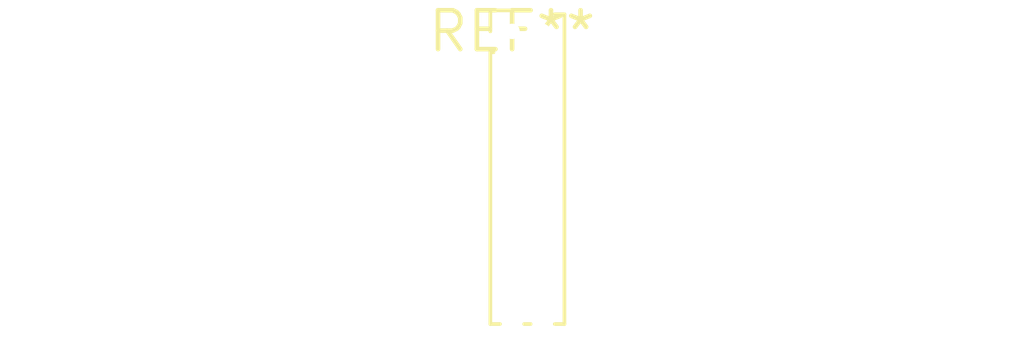
<source format=kicad_pcb>
(kicad_pcb (version 20240108) (generator pcbnew)
  (layers (0 "F.Cu" signal) (31 "B.Cu" signal) (34 "B.Paste" user) (35 "F.Paste" user) (36 "B.SilkS" user "B.Silkscreen") (37 "F.SilkS" user "F.Silkscreen") (38 "B.Mask" user) (39 "F.Mask" user) (44 "Edge.Cuts" user))
  (net 0 "")
  (footprint "PinHeader_2x10_P1.00mm_Vertical" (layer "F.Cu") (at 0 0)
    (property "Reference" "REF**")
    (property "Value" "PinHeader_2x10_P1.00mm_Vertical")
    (fp_line (start -0.71 -0.685) (end 0 -0.685) (layer "F.SilkS") (stroke (width 0.12)))
    (fp_line (start -0.71 0) (end -0.71 -0.685) (layer "F.SilkS") (stroke (width 0.12)))
    (fp_line (start -0.71 0.685) (end -0.71 9.56) (layer "F.SilkS") (stroke (width 0.12)))
    (fp_line (start -0.71 0.685) (end -0.608276 0.685) (layer "F.SilkS") (stroke (width 0.12)))
    (fp_line (start -0.71 9.56) (end -0.394493 9.56) (layer "F.SilkS") (stroke (width 0.12)))
    (fp_line (start 0.394493 9.56) (end 0.605507 9.56) (layer "F.SilkS") (stroke (width 0.12)))
    (fp_line (start 1.394493 -0.56) (end 1.71 -0.56) (layer "F.SilkS") (stroke (width 0.12)))
    (fp_line (start 1.394493 9.56) (end 1.71 9.56) (layer "F.SilkS") (stroke (width 0.12)))
    (fp_line (start 1.71 -0.56) (end 1.71 9.56) (layer "F.SilkS") (stroke (width 0.12)))
    (pad "1" thru_hole rect (at 0 0) (size 0.85 0.85) (drill 0.5) (layers *.Cu *.Mask) (remove_unused_layers))
    (pad "2" thru_hole oval (at 1 0) (size 0.85 0.85) (drill 0.5) (layers *.Cu *.Mask) (remove_unused_layers))
    (pad "3" thru_hole oval (at 0 1) (size 0.85 0.85) (drill 0.5) (layers *.Cu *.Mask) (remove_unused_layers))
    (pad "4" thru_hole oval (at 1 1) (size 0.85 0.85) (drill 0.5) (layers *.Cu *.Mask) (remove_unused_layers))
    (pad "5" thru_hole oval (at 0 2) (size 0.85 0.85) (drill 0.5) (layers *.Cu *.Mask) (remove_unused_layers))
    (pad "6" thru_hole oval (at 1 2) (size 0.85 0.85) (drill 0.5) (layers *.Cu *.Mask) (remove_unused_layers))
    (pad "7" thru_hole oval (at 0 3) (size 0.85 0.85) (drill 0.5) (layers *.Cu *.Mask) (remove_unused_layers))
    (pad "8" thru_hole oval (at 1 3) (size 0.85 0.85) (drill 0.5) (layers *.Cu *.Mask) (remove_unused_layers))
    (pad "9" thru_hole oval (at 0 4) (size 0.85 0.85) (drill 0.5) (layers *.Cu *.Mask) (remove_unused_layers))
    (pad "10" thru_hole oval (at 1 4) (size 0.85 0.85) (drill 0.5) (layers *.Cu *.Mask) (remove_unused_layers))
    (pad "11" thru_hole oval (at 0 5) (size 0.85 0.85) (drill 0.5) (layers *.Cu *.Mask) (remove_unused_layers))
    (pad "12" thru_hole oval (at 1 5) (size 0.85 0.85) (drill 0.5) (layers *.Cu *.Mask) (remove_unused_layers))
    (pad "13" thru_hole oval (at 0 6) (size 0.85 0.85) (drill 0.5) (layers *.Cu *.Mask) (remove_unused_layers))
    (pad "14" thru_hole oval (at 1 6) (size 0.85 0.85) (drill 0.5) (layers *.Cu *.Mask) (remove_unused_layers))
    (pad "15" thru_hole oval (at 0 7) (size 0.85 0.85) (drill 0.5) (layers *.Cu *.Mask) (remove_unused_layers))
    (pad "16" thru_hole oval (at 1 7) (size 0.85 0.85) (drill 0.5) (layers *.Cu *.Mask) (remove_unused_layers))
    (pad "17" thru_hole oval (at 0 8) (size 0.85 0.85) (drill 0.5) (layers *.Cu *.Mask) (remove_unused_layers))
    (pad "18" thru_hole oval (at 1 8) (size 0.85 0.85) (drill 0.5) (layers *.Cu *.Mask) (remove_unused_layers))
    (pad "19" thru_hole oval (at 0 9) (size 0.85 0.85) (drill 0.5) (layers *.Cu *.Mask) (remove_unused_layers))
    (pad "20" thru_hole oval (at 1 9) (size 0.85 0.85) (drill 0.5) (layers *.Cu *.Mask) (remove_unused_layers))
  )
)
</source>
